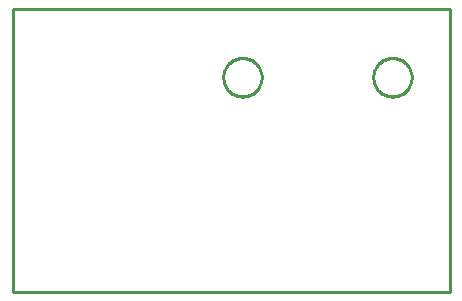
<source format=gbr>
G04 EAGLE Gerber X2 export*
%TF.Part,Single*%
%TF.FileFunction,Profile,NP*%
%TF.FilePolarity,Positive*%
%TF.GenerationSoftware,Autodesk,EAGLE,8.6.3*%
%TF.CreationDate,2019-03-24T10:02:58Z*%
G75*
%MOMM*%
%FSLAX34Y34*%
%LPD*%
%AMOC8*
5,1,8,0,0,1.08239X$1,22.5*%
G01*
%ADD10C,0.254000*%


D10*
X580000Y580000D02*
X950000Y580000D01*
X950000Y820000D01*
X580000Y820000D01*
X580000Y580000D01*
X917956Y762532D02*
X917886Y763594D01*
X917747Y764649D01*
X917540Y765693D01*
X917264Y766721D01*
X916922Y767729D01*
X916515Y768713D01*
X916044Y769667D01*
X915512Y770589D01*
X914921Y771474D01*
X914273Y772318D01*
X913571Y773118D01*
X912818Y773871D01*
X912018Y774573D01*
X911174Y775221D01*
X910289Y775812D01*
X909367Y776344D01*
X908413Y776815D01*
X907429Y777222D01*
X906421Y777564D01*
X905393Y777840D01*
X904349Y778047D01*
X903294Y778186D01*
X902232Y778256D01*
X901168Y778256D01*
X900106Y778186D01*
X899051Y778047D01*
X898007Y777840D01*
X896979Y777564D01*
X895971Y777222D01*
X894987Y776815D01*
X894033Y776344D01*
X893111Y775812D01*
X892226Y775221D01*
X891382Y774573D01*
X890582Y773871D01*
X889829Y773118D01*
X889127Y772318D01*
X888479Y771474D01*
X887888Y770589D01*
X887356Y769667D01*
X886885Y768713D01*
X886478Y767729D01*
X886136Y766721D01*
X885860Y765693D01*
X885653Y764649D01*
X885514Y763594D01*
X885444Y762532D01*
X885444Y761468D01*
X885514Y760406D01*
X885653Y759351D01*
X885860Y758307D01*
X886136Y757279D01*
X886478Y756271D01*
X886885Y755287D01*
X887356Y754333D01*
X887888Y753411D01*
X888479Y752526D01*
X889127Y751682D01*
X889829Y750882D01*
X890582Y750129D01*
X891382Y749427D01*
X892226Y748779D01*
X893111Y748188D01*
X894033Y747656D01*
X894987Y747185D01*
X895971Y746778D01*
X896979Y746436D01*
X898007Y746160D01*
X899051Y745953D01*
X900106Y745814D01*
X901168Y745744D01*
X902232Y745744D01*
X903294Y745814D01*
X904349Y745953D01*
X905393Y746160D01*
X906421Y746436D01*
X907429Y746778D01*
X908413Y747185D01*
X909367Y747656D01*
X910289Y748188D01*
X911174Y748779D01*
X912018Y749427D01*
X912818Y750129D01*
X913571Y750882D01*
X914273Y751682D01*
X914921Y752526D01*
X915512Y753411D01*
X916044Y754333D01*
X916515Y755287D01*
X916922Y756271D01*
X917264Y757279D01*
X917540Y758307D01*
X917747Y759351D01*
X917886Y760406D01*
X917956Y761468D01*
X917956Y762532D01*
X790956Y762532D02*
X790886Y763594D01*
X790747Y764649D01*
X790540Y765693D01*
X790264Y766721D01*
X789922Y767729D01*
X789515Y768713D01*
X789044Y769667D01*
X788512Y770589D01*
X787921Y771474D01*
X787273Y772318D01*
X786571Y773118D01*
X785818Y773871D01*
X785018Y774573D01*
X784174Y775221D01*
X783289Y775812D01*
X782367Y776344D01*
X781413Y776815D01*
X780429Y777222D01*
X779421Y777564D01*
X778393Y777840D01*
X777349Y778047D01*
X776294Y778186D01*
X775232Y778256D01*
X774168Y778256D01*
X773106Y778186D01*
X772051Y778047D01*
X771007Y777840D01*
X769979Y777564D01*
X768971Y777222D01*
X767987Y776815D01*
X767033Y776344D01*
X766111Y775812D01*
X765226Y775221D01*
X764382Y774573D01*
X763582Y773871D01*
X762829Y773118D01*
X762127Y772318D01*
X761479Y771474D01*
X760888Y770589D01*
X760356Y769667D01*
X759885Y768713D01*
X759478Y767729D01*
X759136Y766721D01*
X758860Y765693D01*
X758653Y764649D01*
X758514Y763594D01*
X758444Y762532D01*
X758444Y761468D01*
X758514Y760406D01*
X758653Y759351D01*
X758860Y758307D01*
X759136Y757279D01*
X759478Y756271D01*
X759885Y755287D01*
X760356Y754333D01*
X760888Y753411D01*
X761479Y752526D01*
X762127Y751682D01*
X762829Y750882D01*
X763582Y750129D01*
X764382Y749427D01*
X765226Y748779D01*
X766111Y748188D01*
X767033Y747656D01*
X767987Y747185D01*
X768971Y746778D01*
X769979Y746436D01*
X771007Y746160D01*
X772051Y745953D01*
X773106Y745814D01*
X774168Y745744D01*
X775232Y745744D01*
X776294Y745814D01*
X777349Y745953D01*
X778393Y746160D01*
X779421Y746436D01*
X780429Y746778D01*
X781413Y747185D01*
X782367Y747656D01*
X783289Y748188D01*
X784174Y748779D01*
X785018Y749427D01*
X785818Y750129D01*
X786571Y750882D01*
X787273Y751682D01*
X787921Y752526D01*
X788512Y753411D01*
X789044Y754333D01*
X789515Y755287D01*
X789922Y756271D01*
X790264Y757279D01*
X790540Y758307D01*
X790747Y759351D01*
X790886Y760406D01*
X790956Y761468D01*
X790956Y762532D01*
M02*

</source>
